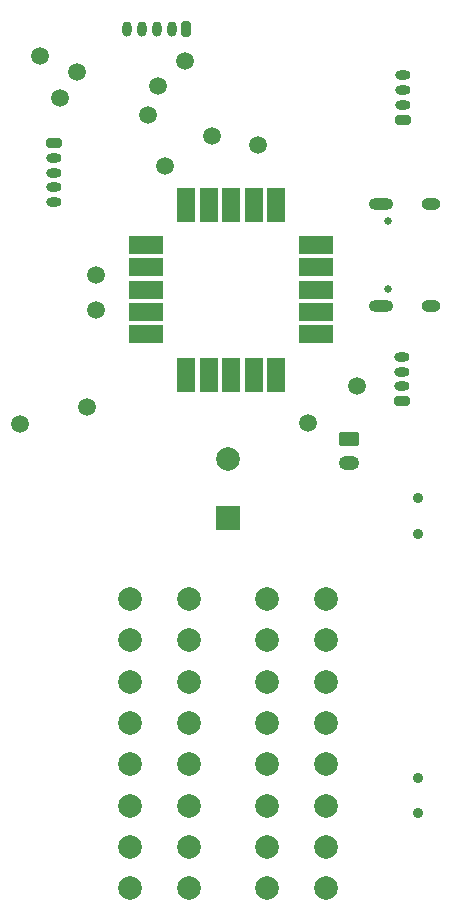
<source format=gbs>
%TF.GenerationSoftware,KiCad,Pcbnew,7.0.2-0*%
%TF.CreationDate,2023-12-01T11:24:17-06:00*%
%TF.ProjectId,Flight Computer,466c6967-6874-4204-936f-6d7075746572,1.1*%
%TF.SameCoordinates,Original*%
%TF.FileFunction,Soldermask,Bot*%
%TF.FilePolarity,Negative*%
%FSLAX46Y46*%
G04 Gerber Fmt 4.6, Leading zero omitted, Abs format (unit mm)*
G04 Created by KiCad (PCBNEW 7.0.2-0) date 2023-12-01 11:24:17*
%MOMM*%
%LPD*%
G01*
G04 APERTURE LIST*
G04 Aperture macros list*
%AMRoundRect*
0 Rectangle with rounded corners*
0 $1 Rounding radius*
0 $2 $3 $4 $5 $6 $7 $8 $9 X,Y pos of 4 corners*
0 Add a 4 corners polygon primitive as box body*
4,1,4,$2,$3,$4,$5,$6,$7,$8,$9,$2,$3,0*
0 Add four circle primitives for the rounded corners*
1,1,$1+$1,$2,$3*
1,1,$1+$1,$4,$5*
1,1,$1+$1,$6,$7*
1,1,$1+$1,$8,$9*
0 Add four rect primitives between the rounded corners*
20,1,$1+$1,$2,$3,$4,$5,0*
20,1,$1+$1,$4,$5,$6,$7,0*
20,1,$1+$1,$6,$7,$8,$9,0*
20,1,$1+$1,$8,$9,$2,$3,0*%
G04 Aperture macros list end*
%ADD10C,0.900000*%
%ADD11RoundRect,0.200000X0.450000X-0.200000X0.450000X0.200000X-0.450000X0.200000X-0.450000X-0.200000X0*%
%ADD12O,1.300000X0.800000*%
%ADD13C,0.650000*%
%ADD14O,2.100000X1.000000*%
%ADD15O,1.600000X1.000000*%
%ADD16RoundRect,0.200000X0.200000X0.450000X-0.200000X0.450000X-0.200000X-0.450000X0.200000X-0.450000X0*%
%ADD17O,0.800000X1.300000*%
%ADD18RoundRect,0.200000X-0.450000X0.200000X-0.450000X-0.200000X0.450000X-0.200000X0.450000X0.200000X0*%
%ADD19C,1.500000*%
%ADD20RoundRect,0.250000X-0.625000X0.350000X-0.625000X-0.350000X0.625000X-0.350000X0.625000X0.350000X0*%
%ADD21O,1.750000X1.200000*%
%ADD22C,2.000000*%
%ADD23R,3.000000X1.500000*%
%ADD24R,1.500000X3.000000*%
%ADD25R,2.000000X2.000000*%
G04 APERTURE END LIST*
D10*
%TO.C,SW1*%
X119640000Y-65900000D03*
X119640000Y-62900000D03*
%TD*%
D11*
%TO.C,J8*%
X118270000Y-54690000D03*
D12*
X118270000Y-53440000D03*
X118270000Y-52190000D03*
X118270000Y-50940000D03*
%TD*%
D13*
%TO.C,J7*%
X117050000Y-45210000D03*
X117050000Y-39430000D03*
D14*
X116520000Y-46640000D03*
D15*
X120700000Y-46640000D03*
D14*
X116520000Y-38000000D03*
D15*
X120700000Y-38000000D03*
%TD*%
D16*
%TO.C,J3*%
X100000000Y-23200000D03*
D17*
X98750000Y-23200000D03*
X97500000Y-23200000D03*
X96250000Y-23200000D03*
X95000000Y-23200000D03*
%TD*%
D11*
%TO.C,J9*%
X118300000Y-30857500D03*
D12*
X118300000Y-29607500D03*
X118300000Y-28357500D03*
X118300000Y-27107500D03*
%TD*%
D10*
%TO.C,SW2*%
X119600000Y-89570000D03*
X119600000Y-86570000D03*
%TD*%
D18*
%TO.C,J5*%
X88760000Y-32840000D03*
D12*
X88760000Y-34090000D03*
X88760000Y-35340000D03*
X88760000Y-36590000D03*
X88760000Y-37840000D03*
%TD*%
D19*
%TO.C,TP10*%
X92350000Y-44020000D03*
%TD*%
%TO.C,TP15*%
X91600000Y-55210000D03*
%TD*%
D20*
%TO.C,J4*%
X113800000Y-57900000D03*
D21*
X113800000Y-59900000D03*
%TD*%
D19*
%TO.C,TP5*%
X97600000Y-28020000D03*
%TD*%
%TO.C,TP4*%
X96750000Y-30420000D03*
%TD*%
%TO.C,TP1*%
X110300000Y-56500000D03*
%TD*%
%TO.C,TP11*%
X92350000Y-46970000D03*
%TD*%
%TO.C,TP6*%
X87600000Y-25450000D03*
%TD*%
%TO.C,TP7*%
X99900000Y-25920000D03*
%TD*%
D22*
%TO.C,J2*%
X95200000Y-95920000D03*
X100200000Y-95920000D03*
X95200000Y-92420000D03*
X100200000Y-92420000D03*
X95200000Y-88920000D03*
X100200000Y-88920000D03*
X95200000Y-85420000D03*
X100200000Y-85420000D03*
X95200000Y-81920000D03*
X100200000Y-81920000D03*
X95200000Y-78420000D03*
X100200000Y-78420000D03*
X95200000Y-74920000D03*
X100200000Y-74920000D03*
X95200000Y-71420000D03*
X100200000Y-71420000D03*
%TD*%
D23*
%TO.C,U11*%
X111000000Y-41432500D03*
X111000000Y-43332500D03*
X111000000Y-45232500D03*
X111000000Y-47132500D03*
X111000000Y-49032500D03*
D24*
X107600000Y-52432500D03*
X105700000Y-52432500D03*
X103800000Y-52432500D03*
X101900000Y-52432500D03*
X100000000Y-52432500D03*
D23*
X96600000Y-49032500D03*
X96600000Y-47132500D03*
X96600000Y-45232500D03*
X96600000Y-43332500D03*
X96600000Y-41432500D03*
D24*
X100000000Y-38032500D03*
X101900000Y-38032500D03*
X103800000Y-38032500D03*
X105700000Y-38032500D03*
X107600000Y-38032500D03*
%TD*%
D19*
%TO.C,TP9*%
X90700000Y-26820000D03*
%TD*%
D25*
%TO.C,BZ1*%
X103500000Y-64590000D03*
D22*
X103500000Y-59590000D03*
%TD*%
D19*
%TO.C,TP3*%
X98150000Y-34770000D03*
%TD*%
%TO.C,TP2*%
X85880000Y-56610000D03*
%TD*%
%TO.C,TP13*%
X106050000Y-33020000D03*
%TD*%
%TO.C,TP14*%
X102200000Y-32270000D03*
%TD*%
D22*
%TO.C,J1*%
X111790000Y-71420000D03*
X106790000Y-71420000D03*
X111790000Y-74920000D03*
X106790000Y-74920000D03*
X111790000Y-78420000D03*
X106790000Y-78420000D03*
X111790000Y-81920000D03*
X106790000Y-81920000D03*
X111790000Y-85420000D03*
X106790000Y-85420000D03*
X111790000Y-88920000D03*
X106790000Y-88920000D03*
X111790000Y-92420000D03*
X106790000Y-92420000D03*
X111790000Y-95920000D03*
X106790000Y-95920000D03*
%TD*%
D19*
%TO.C,TP8*%
X89320000Y-29050000D03*
%TD*%
%TO.C,TP12*%
X114460000Y-53420000D03*
%TD*%
M02*

</source>
